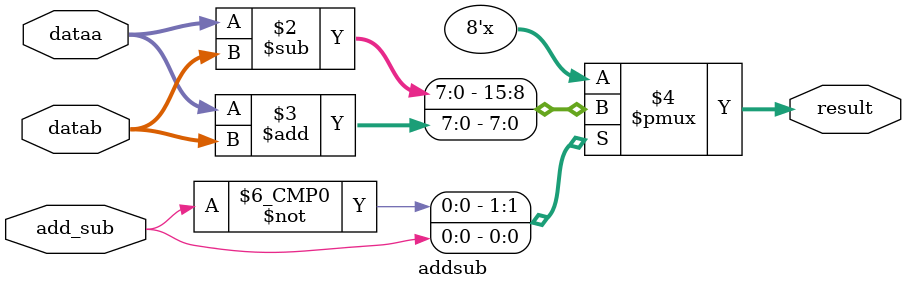
<source format=sv>
module addsub #(parameter dw=8)
(
  input        [dw-1:0] dataa,
  input        [dw-1:0] datab,
  input                 add_sub,	  // if this is 1, add; else subtract
  output logic [dw-1:0] result
);

// fill in guts        
//add_sub       result
//1             dataa + datab;						
//0             dataa - datab;   

always_comb  begin//whenever any data is changed, addition or subtraction will take place
   case(add_sub)
   0:result = dataa - datab;
   1:result = dataa + datab;
   endcase
end
endmodule

</source>
